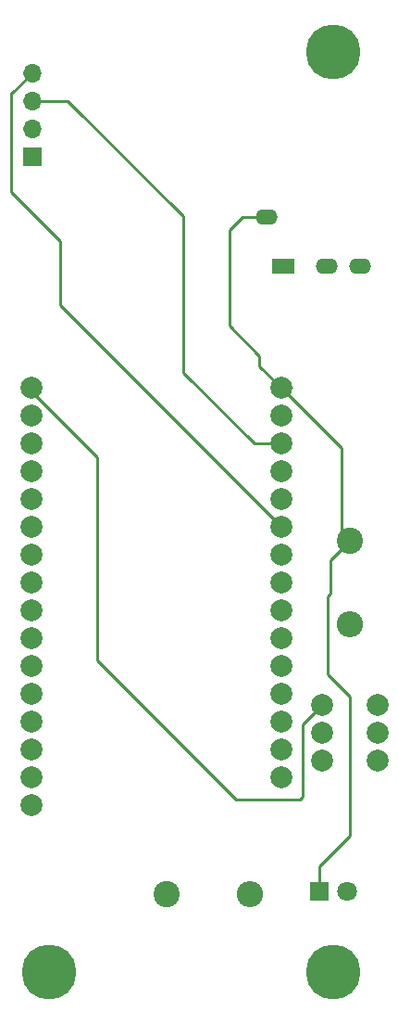
<source format=gbr>
%TF.GenerationSoftware,KiCad,Pcbnew,9.0.2*%
%TF.CreationDate,2025-05-28T09:58:12-07:00*%
%TF.ProjectId,AnalogIn,416e616c-6f67-4496-9e2e-6b696361645f,rev?*%
%TF.SameCoordinates,Original*%
%TF.FileFunction,Copper,L2,Bot*%
%TF.FilePolarity,Positive*%
%FSLAX46Y46*%
G04 Gerber Fmt 4.6, Leading zero omitted, Abs format (unit mm)*
G04 Created by KiCad (PCBNEW 9.0.2) date 2025-05-28 09:58:12*
%MOMM*%
%LPD*%
G01*
G04 APERTURE LIST*
%TA.AperFunction,ComponentPad*%
%ADD10C,2.000000*%
%TD*%
%TA.AperFunction,ComponentPad*%
%ADD11O,2.000000X1.400000*%
%TD*%
%TA.AperFunction,ComponentPad*%
%ADD12R,2.000000X1.400000*%
%TD*%
%TA.AperFunction,ComponentPad*%
%ADD13R,1.700000X1.700000*%
%TD*%
%TA.AperFunction,ComponentPad*%
%ADD14O,1.700000X1.700000*%
%TD*%
%TA.AperFunction,ComponentPad*%
%ADD15R,1.800000X1.800000*%
%TD*%
%TA.AperFunction,ComponentPad*%
%ADD16C,1.800000*%
%TD*%
%TA.AperFunction,ComponentPad*%
%ADD17C,2.400000*%
%TD*%
%TA.AperFunction,ComponentPad*%
%ADD18O,2.400000X2.400000*%
%TD*%
%TA.AperFunction,ViaPad*%
%ADD19C,5.000000*%
%TD*%
%TA.AperFunction,Conductor*%
%ADD20C,0.250000*%
%TD*%
G04 APERTURE END LIST*
D10*
%TO.P,M1,1*%
%TO.N,Net-(M1-Pad1)*%
X160401000Y-110769400D03*
%TO.P,M1,2*%
%TO.N,Net-(M1-Pad2)*%
X160401000Y-108229400D03*
%TO.P,M1,3*%
%TO.N,Net-(M1-Pad3)*%
X160401000Y-105689400D03*
%TO.P,M1,4*%
%TO.N,Net-(M1-Pad4)*%
X160401000Y-103149400D03*
%TO.P,M1,5*%
%TO.N,Net-(M1-Pad5)*%
X160401000Y-100609400D03*
%TO.P,M1,6*%
%TO.N,Net-(M1-Pad6)*%
X160401000Y-98069400D03*
%TO.P,M1,7*%
%TO.N,Net-(M1-Pad7)*%
X160401000Y-95529400D03*
%TO.P,M1,8*%
%TO.N,Net-(M1-Pad8)*%
X160401000Y-92989400D03*
%TO.P,M1,9*%
%TO.N,Net-(M1-Pad9)*%
X160401000Y-90449400D03*
%TO.P,M1,10*%
%TO.N,Net-(M1-Pad10)*%
X160401000Y-87909400D03*
%TO.P,M1,11*%
%TO.N,Net-(J1-PadR1)*%
X160401000Y-85369400D03*
%TO.P,M1,12*%
%TO.N,Net-(J1-PadR2)*%
X160401000Y-82829400D03*
%TO.P,M1,13*%
%TO.N,Net-(M1-Pad13)*%
X160401000Y-80289400D03*
%TO.P,M1,14*%
%TO.N,Net-(M1-Pad14)*%
X160401000Y-77749400D03*
%TO.P,M1,15*%
%TO.N,Net-(M1-Pad15)*%
X160401000Y-75209400D03*
%TO.P,M1,16*%
%TO.N,Net-(J1-PadT)*%
X160401000Y-72669400D03*
%TO.P,M1,18*%
%TO.N,Net-(M1-Pad18)*%
X183261000Y-108229400D03*
%TO.P,M1,19*%
%TO.N,Net-(M1-Pad19)*%
X183261000Y-105689400D03*
%TO.P,M1,20*%
%TO.N,Net-(M1-Pad20)*%
X183261000Y-103149400D03*
%TO.P,M1,21*%
%TO.N,Net-(M1-Pad21)*%
X183261000Y-100609400D03*
%TO.P,M1,22*%
%TO.N,Net-(M1-Pad22)*%
X183261000Y-98069400D03*
%TO.P,M1,23*%
%TO.N,Net-(M1-Pad23)*%
X183261000Y-95529400D03*
%TO.P,M1,24*%
%TO.N,Net-(M1-Pad24)*%
X183261000Y-92989400D03*
%TO.P,M1,25*%
%TO.N,Net-(M1-Pad25)*%
X183261000Y-90449400D03*
%TO.P,M1,26*%
%TO.N,Net-(M1-Pad26)*%
X183261000Y-87909400D03*
%TO.P,M1,27*%
%TO.N,Net-(J2-Pad4)*%
X183261000Y-85369400D03*
%TO.P,M1,28*%
%TO.N,Net-(M1-Pad28)*%
X183261000Y-82829400D03*
%TO.P,M1,29*%
%TO.N,Net-(M1-Pad29)*%
X183261000Y-80289400D03*
%TO.P,M1,30*%
%TO.N,Net-(J2-Pad3)*%
X183261000Y-77749400D03*
%TO.P,M1,31*%
%TO.N,Net-(M1-Pad31)*%
X183261000Y-75209400D03*
%TO.P,M1,32*%
%TO.N,Net-(D2-Pad1)*%
X183261000Y-72669400D03*
%TD*%
D11*
%TO.P,J1,R1*%
%TO.N,Net-(J1-PadR1)*%
X187410000Y-61540000D03*
%TO.P,J1,R2*%
%TO.N,Net-(J1-PadR2)*%
X190410000Y-61540000D03*
%TO.P,J1,S*%
%TO.N,Net-(D2-Pad1)*%
X181910000Y-57040000D03*
D12*
%TO.P,J1,T*%
%TO.N,Net-(J1-PadT)*%
X183410000Y-61540000D03*
%TD*%
D13*
%TO.P,J2,1*%
%TO.N,Net-(D2-Pad1)*%
X160451800Y-51536600D03*
D14*
%TO.P,J2,2*%
%TO.N,Net-(J1-PadT)*%
X160451800Y-48996600D03*
%TO.P,J2,3*%
%TO.N,Net-(J2-Pad3)*%
X160451800Y-46456600D03*
%TO.P,J2,4*%
%TO.N,Net-(J2-Pad4)*%
X160451800Y-43916600D03*
%TD*%
D15*
%TO.P,D2,1*%
%TO.N,Net-(D2-Pad1)*%
X186690000Y-118618000D03*
D16*
%TO.P,D2,2*%
%TO.N,Net-(D2-Pad2)*%
X189230000Y-118618000D03*
%TD*%
D17*
%TO.P,R1,1*%
%TO.N,Net-(D2-Pad1)*%
X189484000Y-86614000D03*
D18*
%TO.P,R1,2*%
%TO.N,Net-(M1-Pad4)*%
X189484000Y-94234000D03*
%TD*%
D17*
%TO.P,R2,1*%
%TO.N,Net-(D2-Pad2)*%
X172720000Y-118872000D03*
D18*
%TO.P,R2,2*%
%TO.N,Net-(M1-Pad6)*%
X180340000Y-118872000D03*
%TD*%
D10*
%TO.P,SW1,1*%
%TO.N,Net-(J1-PadT)*%
X186944000Y-101600000D03*
%TO.P,SW1,2*%
%TO.N,Net-(M1-Pad4)*%
X186944000Y-104140000D03*
%TO.P,SW1,3*%
%TO.N,N/C*%
X186944000Y-106680000D03*
%TO.P,SW1,4*%
X192024000Y-106680000D03*
%TO.P,SW1,5*%
X192024000Y-104140000D03*
%TO.P,SW1,6*%
X192024000Y-101600000D03*
%TD*%
D19*
%TO.N,*%
X162000000Y-126000000D03*
X188000000Y-42000000D03*
X188000000Y-126000000D03*
%TD*%
D20*
%TO.N,Net-(J1-PadT)*%
X160401000Y-73025000D02*
X160401000Y-72669400D01*
X184912000Y-110236000D02*
X179070000Y-110236000D01*
X166370000Y-78994000D02*
X160401000Y-73025000D01*
X185166000Y-109982000D02*
X184912000Y-110236000D01*
X185166000Y-109982000D02*
X185166000Y-103378000D01*
X185166000Y-103378000D02*
X186944000Y-101600000D01*
X179070000Y-110236000D02*
X166370000Y-97536000D01*
X166370000Y-97536000D02*
X166370000Y-78994000D01*
%TO.N,Net-(J2-Pad3)*%
X163706600Y-46456600D02*
X174250000Y-57000000D01*
X174250000Y-71250000D02*
X180749400Y-77749400D01*
X174250000Y-57000000D02*
X174250000Y-71250000D01*
X180749400Y-77749400D02*
X183261000Y-77749400D01*
X160451800Y-46456600D02*
X163706600Y-46456600D01*
%TO.N,Net-(J2-Pad4)*%
X183261000Y-85369400D02*
X163000000Y-65108400D01*
X158500000Y-54750000D02*
X158500000Y-45750000D01*
X163000000Y-65108400D02*
X163000000Y-59250000D01*
X158500000Y-45750000D02*
X158618400Y-45750000D01*
X158618400Y-45750000D02*
X160451800Y-43916600D01*
X163000000Y-59250000D02*
X158500000Y-54750000D01*
%TO.N,Net-(D2-Pad1)*%
X187452000Y-98806000D02*
X189484000Y-100838000D01*
X179710000Y-57040000D02*
X178500000Y-58250000D01*
X178500000Y-67000000D02*
X181250000Y-69750000D01*
X179910000Y-57040000D02*
X181910000Y-57040000D01*
X187706000Y-88392000D02*
X187706000Y-91440000D01*
X179910000Y-57040000D02*
X179710000Y-57040000D01*
X186690000Y-116332000D02*
X186690000Y-118618000D01*
X181250000Y-69750000D02*
X181250000Y-70658400D01*
X189484000Y-86614000D02*
X188735010Y-85865010D01*
X178500000Y-58250000D02*
X178500000Y-67000000D01*
X181250000Y-70658400D02*
X183261000Y-72669400D01*
X187706000Y-91440000D02*
X187452000Y-91694000D01*
X189484000Y-100838000D02*
X189484000Y-113538000D01*
X189484000Y-113538000D02*
X186690000Y-116332000D01*
X189484000Y-86614000D02*
X187706000Y-88392000D01*
X183261000Y-72669400D02*
X184169400Y-72669400D01*
X188735010Y-85865010D02*
X188735010Y-78143410D01*
X187452000Y-91694000D02*
X187452000Y-98806000D01*
X188735010Y-78143410D02*
X183261000Y-72669400D01*
%TD*%
M02*

</source>
